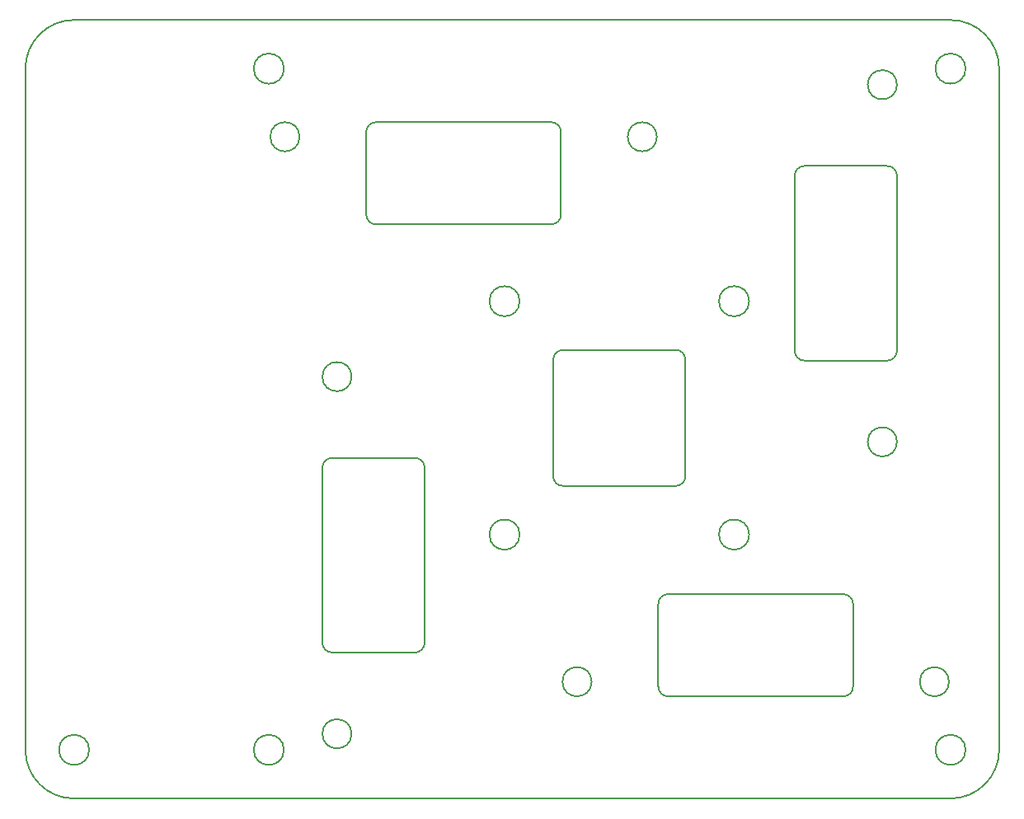
<source format=gm1>
%TF.GenerationSoftware,KiCad,Pcbnew,7.0.10*%
%TF.CreationDate,2024-01-30T15:19:49+08:00*%
%TF.ProjectId,imu-rounded,696d752d-726f-4756-9e64-65642e6b6963,rev?*%
%TF.SameCoordinates,Original*%
%TF.FileFunction,Profile,NP*%
%FSLAX46Y46*%
G04 Gerber Fmt 4.6, Leading zero omitted, Abs format (unit mm)*
G04 Created by KiCad (PCBNEW 7.0.10) date 2024-01-30 15:19:49*
%MOMM*%
%LPD*%
G01*
G04 APERTURE LIST*
%TA.AperFunction,Profile*%
%ADD10C,0.200000*%
%TD*%
G04 APERTURE END LIST*
D10*
X119326000Y-88901000D02*
G75*
G03*
X116226000Y-88901000I-1550000J0D01*
G01*
X116226000Y-88901000D02*
G75*
G03*
X119326000Y-88901000I1550000J0D01*
G01*
X100204000Y-93901000D02*
X111776000Y-93901000D01*
X51550000Y-135000000D02*
G75*
G03*
X48450000Y-135000000I-1550000J0D01*
G01*
X48450000Y-135000000D02*
G75*
G03*
X51550000Y-135000000I1550000J0D01*
G01*
X134500000Y-76000000D02*
G75*
G03*
X133500000Y-75000000I-1000000J0D01*
G01*
X134500000Y-103350000D02*
G75*
G03*
X131500000Y-103350000I-1500000J0D01*
G01*
X131500000Y-103350000D02*
G75*
G03*
X134500000Y-103350000I1500000J0D01*
G01*
X78500000Y-96650000D02*
G75*
G03*
X75500000Y-96650000I-1500000J0D01*
G01*
X75500000Y-96650000D02*
G75*
G03*
X78500000Y-96650000I1500000J0D01*
G01*
X110000000Y-128500000D02*
X110000000Y-120000000D01*
X50000000Y-60000000D02*
G75*
G03*
X45000000Y-65000000I0J-5000000D01*
G01*
X134500000Y-76000000D02*
X134500000Y-94000000D01*
X125000000Y-75000000D02*
G75*
G03*
X124000000Y-76000000I0J-1000000D01*
G01*
X145000000Y-135000000D02*
X145000000Y-65000000D01*
X85000000Y-125000000D02*
G75*
G03*
X86000000Y-124000000I0J1000000D01*
G01*
X130000000Y-120000000D02*
G75*
G03*
X129000000Y-119000000I-1000000J0D01*
G01*
X99204000Y-106879000D02*
X99204000Y-94901000D01*
X110000000Y-128500000D02*
G75*
G03*
X111000000Y-129500000I1000000J0D01*
G01*
X95754000Y-88901000D02*
G75*
G03*
X92654000Y-88901000I-1550000J0D01*
G01*
X92654000Y-88901000D02*
G75*
G03*
X95754000Y-88901000I1550000J0D01*
G01*
X124000000Y-94000000D02*
X124000000Y-76000000D01*
X125000000Y-75000000D02*
X133500000Y-75000000D01*
X75500000Y-124000000D02*
X75500000Y-106000000D01*
X112776000Y-94901000D02*
X112776000Y-106879000D01*
X99000000Y-81000000D02*
X81000000Y-81000000D01*
X80000000Y-80000000D02*
G75*
G03*
X81000000Y-81000000I1000000J0D01*
G01*
X109850000Y-72000000D02*
G75*
G03*
X106850000Y-72000000I-1500000J0D01*
G01*
X106850000Y-72000000D02*
G75*
G03*
X109850000Y-72000000I1500000J0D01*
G01*
X133500000Y-95000000D02*
X125000000Y-95000000D01*
X75500000Y-124000000D02*
G75*
G03*
X76500000Y-125000000I1000000J0D01*
G01*
X103150000Y-128000000D02*
G75*
G03*
X100150000Y-128000000I-1500000J0D01*
G01*
X100150000Y-128000000D02*
G75*
G03*
X103150000Y-128000000I1500000J0D01*
G01*
X81000000Y-70500000D02*
X99000000Y-70500000D01*
X111000000Y-119000000D02*
G75*
G03*
X110000000Y-120000000I0J-1000000D01*
G01*
X112776000Y-94901000D02*
G75*
G03*
X111776000Y-93901000I-1000000J0D01*
G01*
X133500000Y-95000000D02*
G75*
G03*
X134500000Y-94000000I0J1000000D01*
G01*
X141550000Y-135000000D02*
G75*
G03*
X138450000Y-135000000I-1550000J0D01*
G01*
X138450000Y-135000000D02*
G75*
G03*
X141550000Y-135000000I1550000J0D01*
G01*
X100000000Y-71500000D02*
G75*
G03*
X99000000Y-70500000I-1000000J0D01*
G01*
X80000000Y-80000000D02*
X80000000Y-71500000D01*
X71550000Y-65000000D02*
G75*
G03*
X68450000Y-65000000I-1550000J0D01*
G01*
X68450000Y-65000000D02*
G75*
G03*
X71550000Y-65000000I1550000J0D01*
G01*
X100204000Y-93901000D02*
G75*
G03*
X99204000Y-94901000I0J-1000000D01*
G01*
X71550000Y-135000000D02*
G75*
G03*
X68450000Y-135000000I-1550000J0D01*
G01*
X68450000Y-135000000D02*
G75*
G03*
X71550000Y-135000000I1550000J0D01*
G01*
X124000000Y-94000000D02*
G75*
G03*
X125000000Y-95000000I1000000J0D01*
G01*
X141550000Y-65000000D02*
G75*
G03*
X138450000Y-65000000I-1550000J0D01*
G01*
X138450000Y-65000000D02*
G75*
G03*
X141550000Y-65000000I1550000J0D01*
G01*
X145000000Y-65000000D02*
G75*
G03*
X140000000Y-60000000I-5000000J0D01*
G01*
X99000000Y-81000000D02*
G75*
G03*
X100000000Y-80000000I0J1000000D01*
G01*
X140000000Y-140000000D02*
G75*
G03*
X145000000Y-135000000I0J5000000D01*
G01*
X139850000Y-128000000D02*
G75*
G03*
X136850000Y-128000000I-1500000J0D01*
G01*
X136850000Y-128000000D02*
G75*
G03*
X139850000Y-128000000I1500000J0D01*
G01*
X119326000Y-112879000D02*
G75*
G03*
X116226000Y-112879000I-1550000J0D01*
G01*
X116226000Y-112879000D02*
G75*
G03*
X119326000Y-112879000I1550000J0D01*
G01*
X134500000Y-66650000D02*
G75*
G03*
X131500000Y-66650000I-1500000J0D01*
G01*
X131500000Y-66650000D02*
G75*
G03*
X134500000Y-66650000I1500000J0D01*
G01*
X100000000Y-71500000D02*
X100000000Y-80000000D01*
X129000000Y-129500000D02*
G75*
G03*
X130000000Y-128500000I0J1000000D01*
G01*
X45000000Y-65000000D02*
X45000000Y-135000000D01*
X78500000Y-133350000D02*
G75*
G03*
X75500000Y-133350000I-1500000J0D01*
G01*
X75500000Y-133350000D02*
G75*
G03*
X78500000Y-133350000I1500000J0D01*
G01*
X50000000Y-140000000D02*
X140000000Y-140000000D01*
X111000000Y-119000000D02*
X129000000Y-119000000D01*
X140000000Y-60000000D02*
X50000000Y-60000000D01*
X45000000Y-135000000D02*
G75*
G03*
X50000000Y-140000000I5000000J0D01*
G01*
X86000000Y-106000000D02*
G75*
G03*
X85000000Y-105000000I-1000000J0D01*
G01*
X81000000Y-70500000D02*
G75*
G03*
X80000000Y-71500000I0J-1000000D01*
G01*
X129000000Y-129500000D02*
X111000000Y-129500000D01*
X76500000Y-105000000D02*
G75*
G03*
X75500000Y-106000000I0J-1000000D01*
G01*
X130000000Y-120000000D02*
X130000000Y-128500000D01*
X99204000Y-106879000D02*
G75*
G03*
X100204000Y-107879000I1000000J0D01*
G01*
X73150000Y-72000000D02*
G75*
G03*
X70150000Y-72000000I-1500000J0D01*
G01*
X70150000Y-72000000D02*
G75*
G03*
X73150000Y-72000000I1500000J0D01*
G01*
X111776000Y-107879000D02*
G75*
G03*
X112776000Y-106879000I0J1000000D01*
G01*
X86000000Y-106000000D02*
X86000000Y-124000000D01*
X95754000Y-112879000D02*
G75*
G03*
X92654000Y-112879000I-1550000J0D01*
G01*
X92654000Y-112879000D02*
G75*
G03*
X95754000Y-112879000I1550000J0D01*
G01*
X85000000Y-125000000D02*
X76500000Y-125000000D01*
X76500000Y-105000000D02*
X85000000Y-105000000D01*
X111776000Y-107879000D02*
X100204000Y-107879000D01*
M02*

</source>
